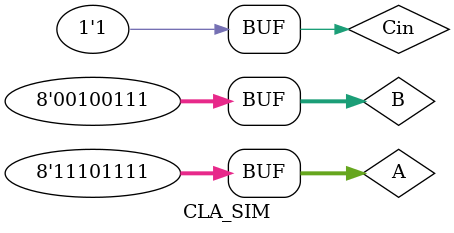
<source format=v>
`timescale 1ns / 1ps
module CLA_SIM();
parameter bits = 8;

reg [bits-1:0] A,B;
reg Cin;
wire [bits-1:0] Sum;
wire Cout;


//wire [bits-1:0] carries;


CLA #(bits) UUT(
.A(A),
.B(B),
.Cin(Cin),

.Sum(Sum),
.Cout(Cout)
//.carries(carries)
);

initial begin

/*
//4bit tests
{Cin, A, B} = 9'h0_F_1; //overflow
#5 {Cin, A, B} = 9'h0_A_4;
#5 {Cin, A, B} = 9'h1_4_7;
#5 {Cin, A, B} = 9'h0_9_C;
*/


//8 bit tests
{Cin, A, B} = 17'h0_FF_01; //overflow
#5 {Cin, A, B} = 17'h0_AC_47; 
#5 {Cin, A, B} = 17'h1_BD_38;
#5 {Cin, A, B} = 17'h1_EF_27;



end


endmodule

</source>
